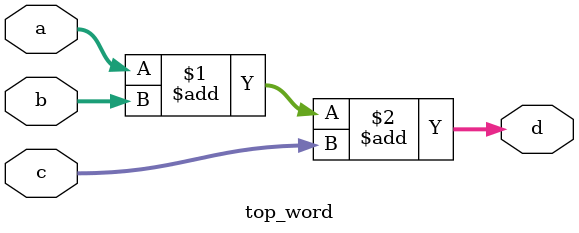
<source format=v>
module top_word(a, b, c, d);
input signed [3:0] a, b, c;
output signed [3:0] d;

assign d = a + b + c;

endmodule

</source>
